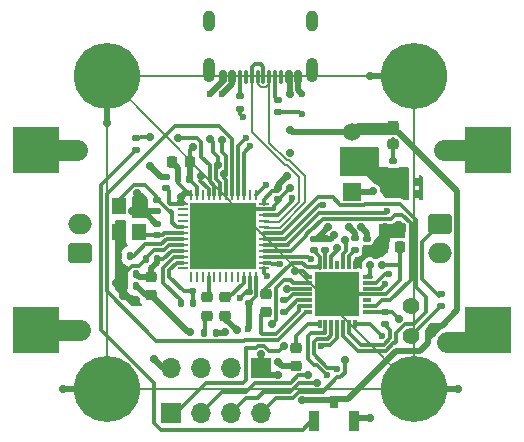
<source format=gbr>
%TF.GenerationSoftware,KiCad,Pcbnew,8.0.2*%
%TF.CreationDate,2024-07-19T14:35:33-04:00*%
%TF.ProjectId,StepperMotorDriver,53746570-7065-4724-9d6f-746f72447269,rev?*%
%TF.SameCoordinates,Original*%
%TF.FileFunction,Copper,L1,Top*%
%TF.FilePolarity,Positive*%
%FSLAX46Y46*%
G04 Gerber Fmt 4.6, Leading zero omitted, Abs format (unit mm)*
G04 Created by KiCad (PCBNEW 8.0.2) date 2024-07-19 14:35:33*
%MOMM*%
%LPD*%
G01*
G04 APERTURE LIST*
G04 Aperture macros list*
%AMRoundRect*
0 Rectangle with rounded corners*
0 $1 Rounding radius*
0 $2 $3 $4 $5 $6 $7 $8 $9 X,Y pos of 4 corners*
0 Add a 4 corners polygon primitive as box body*
4,1,4,$2,$3,$4,$5,$6,$7,$8,$9,$2,$3,0*
0 Add four circle primitives for the rounded corners*
1,1,$1+$1,$2,$3*
1,1,$1+$1,$4,$5*
1,1,$1+$1,$6,$7*
1,1,$1+$1,$8,$9*
0 Add four rect primitives between the rounded corners*
20,1,$1+$1,$2,$3,$4,$5,0*
20,1,$1+$1,$4,$5,$6,$7,0*
20,1,$1+$1,$6,$7,$8,$9,0*
20,1,$1+$1,$8,$9,$2,$3,0*%
G04 Aperture macros list end*
%TA.AperFunction,NonConductor*%
%ADD10C,0.200000*%
%TD*%
%TA.AperFunction,SMDPad,CuDef*%
%ADD11R,1.200000X1.400000*%
%TD*%
%TA.AperFunction,SMDPad,CuDef*%
%ADD12RoundRect,0.225000X-0.250000X0.225000X-0.250000X-0.225000X0.250000X-0.225000X0.250000X0.225000X0*%
%TD*%
%TA.AperFunction,SMDPad,CuDef*%
%ADD13RoundRect,0.135000X-0.185000X0.135000X-0.185000X-0.135000X0.185000X-0.135000X0.185000X0.135000X0*%
%TD*%
%TA.AperFunction,ComponentPad*%
%ADD14C,1.400000*%
%TD*%
%TA.AperFunction,SMDPad,CuDef*%
%ADD15RoundRect,0.135000X-0.135000X-0.185000X0.135000X-0.185000X0.135000X0.185000X-0.135000X0.185000X0*%
%TD*%
%TA.AperFunction,SMDPad,CuDef*%
%ADD16R,4.000000X4.000000*%
%TD*%
%TA.AperFunction,SMDPad,CuDef*%
%ADD17RoundRect,0.140000X0.140000X0.170000X-0.140000X0.170000X-0.140000X-0.170000X0.140000X-0.170000X0*%
%TD*%
%TA.AperFunction,SMDPad,CuDef*%
%ADD18RoundRect,0.135000X0.135000X0.185000X-0.135000X0.185000X-0.135000X-0.185000X0.135000X-0.185000X0*%
%TD*%
%TA.AperFunction,ComponentPad*%
%ADD19RoundRect,0.250000X-0.750000X0.600000X-0.750000X-0.600000X0.750000X-0.600000X0.750000X0.600000X0*%
%TD*%
%TA.AperFunction,ComponentPad*%
%ADD20O,2.000000X1.700000*%
%TD*%
%TA.AperFunction,SMDPad,CuDef*%
%ADD21RoundRect,0.225000X0.375000X-0.225000X0.375000X0.225000X-0.375000X0.225000X-0.375000X-0.225000X0*%
%TD*%
%TA.AperFunction,ComponentPad*%
%ADD22C,5.600000*%
%TD*%
%TA.AperFunction,SMDPad,CuDef*%
%ADD23RoundRect,0.140000X-0.170000X0.140000X-0.170000X-0.140000X0.170000X-0.140000X0.170000X0.140000X0*%
%TD*%
%TA.AperFunction,SMDPad,CuDef*%
%ADD24RoundRect,0.135000X0.185000X-0.135000X0.185000X0.135000X-0.185000X0.135000X-0.185000X-0.135000X0*%
%TD*%
%TA.AperFunction,SMDPad,CuDef*%
%ADD25RoundRect,0.140000X0.170000X-0.140000X0.170000X0.140000X-0.170000X0.140000X-0.170000X-0.140000X0*%
%TD*%
%TA.AperFunction,SMDPad,CuDef*%
%ADD26R,0.900000X1.700000*%
%TD*%
%TA.AperFunction,SMDPad,CuDef*%
%ADD27R,0.800000X1.100000*%
%TD*%
%TA.AperFunction,SMDPad,CuDef*%
%ADD28RoundRect,0.225000X-0.225000X-0.250000X0.225000X-0.250000X0.225000X0.250000X-0.225000X0.250000X0*%
%TD*%
%TA.AperFunction,SMDPad,CuDef*%
%ADD29RoundRect,0.218750X-0.256250X0.218750X-0.256250X-0.218750X0.256250X-0.218750X0.256250X0.218750X0*%
%TD*%
%TA.AperFunction,ComponentPad*%
%ADD30RoundRect,0.250000X0.750000X-0.600000X0.750000X0.600000X-0.750000X0.600000X-0.750000X-0.600000X0*%
%TD*%
%TA.AperFunction,SMDPad,CuDef*%
%ADD31RoundRect,0.140000X-0.140000X-0.170000X0.140000X-0.170000X0.140000X0.170000X-0.140000X0.170000X0*%
%TD*%
%TA.AperFunction,ComponentPad*%
%ADD32R,1.500000X1.500000*%
%TD*%
%TA.AperFunction,ComponentPad*%
%ADD33C,1.500000*%
%TD*%
%TA.AperFunction,ComponentPad*%
%ADD34R,1.700000X1.700000*%
%TD*%
%TA.AperFunction,ComponentPad*%
%ADD35O,1.700000X1.700000*%
%TD*%
%TA.AperFunction,SMDPad,CuDef*%
%ADD36RoundRect,0.218750X0.256250X-0.218750X0.256250X0.218750X-0.256250X0.218750X-0.256250X-0.218750X0*%
%TD*%
%TA.AperFunction,SMDPad,CuDef*%
%ADD37RoundRect,0.225000X0.250000X-0.225000X0.250000X0.225000X-0.250000X0.225000X-0.250000X-0.225000X0*%
%TD*%
%TA.AperFunction,SMDPad,CuDef*%
%ADD38RoundRect,0.150000X0.150000X0.425000X-0.150000X0.425000X-0.150000X-0.425000X0.150000X-0.425000X0*%
%TD*%
%TA.AperFunction,SMDPad,CuDef*%
%ADD39RoundRect,0.075000X0.075000X0.500000X-0.075000X0.500000X-0.075000X-0.500000X0.075000X-0.500000X0*%
%TD*%
%TA.AperFunction,ComponentPad*%
%ADD40O,1.000000X2.100000*%
%TD*%
%TA.AperFunction,ComponentPad*%
%ADD41O,1.000000X1.800000*%
%TD*%
%TA.AperFunction,SMDPad,CuDef*%
%ADD42R,0.800000X0.300000*%
%TD*%
%TA.AperFunction,SMDPad,CuDef*%
%ADD43R,0.300000X0.800000*%
%TD*%
%TA.AperFunction,SMDPad,CuDef*%
%ADD44R,3.800000X3.800000*%
%TD*%
%TA.AperFunction,SMDPad,CuDef*%
%ADD45RoundRect,0.062500X-0.375000X-0.062500X0.375000X-0.062500X0.375000X0.062500X-0.375000X0.062500X0*%
%TD*%
%TA.AperFunction,SMDPad,CuDef*%
%ADD46RoundRect,0.062500X-0.062500X-0.375000X0.062500X-0.375000X0.062500X0.375000X-0.062500X0.375000X0*%
%TD*%
%TA.AperFunction,HeatsinkPad*%
%ADD47R,5.600000X5.600000*%
%TD*%
%TA.AperFunction,ViaPad*%
%ADD48C,0.600000*%
%TD*%
%TA.AperFunction,ViaPad*%
%ADD49C,0.700000*%
%TD*%
%TA.AperFunction,Conductor*%
%ADD50C,0.300000*%
%TD*%
%TA.AperFunction,Conductor*%
%ADD51C,0.500000*%
%TD*%
%TA.AperFunction,Conductor*%
%ADD52C,1.750000*%
%TD*%
%TA.AperFunction,Conductor*%
%ADD53C,0.200000*%
%TD*%
G04 APERTURE END LIST*
D10*
X121000000Y-90500000D02*
X147000000Y-117000000D01*
X121000000Y-90500000D02*
X147000000Y-90500000D01*
X147000000Y-117000000D01*
X121000000Y-117000000D01*
X121000000Y-90500000D01*
D11*
%TO.P,Y2,1,1*%
%TO.N,Net-(U3-PH0)*%
X122000000Y-101510000D03*
%TO.P,Y2,2,2*%
%TO.N,GND*%
X122000000Y-103710000D03*
%TO.P,Y2,3,3*%
%TO.N,Net-(U3-PH1)*%
X123700000Y-103710000D03*
%TO.P,Y2,4,4*%
%TO.N,GND*%
X123700000Y-101510000D03*
%TD*%
D12*
%TO.P,C2,1*%
%TO.N,Net-(U3-VCAP_1)*%
X131000000Y-109250000D03*
%TO.P,C2,2*%
%TO.N,GND*%
X131000000Y-110800000D03*
%TD*%
D13*
%TO.P,R6,1*%
%TO.N,GND*%
X142000000Y-104240000D03*
%TO.P,R6,2*%
%TO.N,Net-(IC2-BRA)*%
X142000000Y-105260000D03*
%TD*%
D14*
%TO.P,JP1,1,A*%
%TO.N,/CANL*%
X146750000Y-110000000D03*
%TO.P,JP1,2,B*%
%TO.N,Net-(JP1-B)*%
X146750000Y-112540000D03*
%TD*%
D15*
%TO.P,R10,1*%
%TO.N,Net-(D4-K)*%
X129240000Y-112250000D03*
%TO.P,R10,2*%
%TO.N,GND*%
X130260000Y-112250000D03*
%TD*%
D16*
%TO.P,J2,1,Pin_1*%
%TO.N,GND*%
X153250000Y-112000000D03*
%TD*%
D17*
%TO.P,C19,1*%
%TO.N,+3V3*%
X123460000Y-108250000D03*
%TO.P,C19,2*%
%TO.N,GND*%
X122500000Y-108250000D03*
%TD*%
D18*
%TO.P,R4,1*%
%TO.N,/MOT_UART_RX*%
X128260000Y-109750000D03*
%TO.P,R4,2*%
%TO.N,/MOT_UART_TX*%
X127240000Y-109750000D03*
%TD*%
D19*
%TO.P,J7,1,Pin_1*%
%TO.N,/CANH*%
X149217500Y-103000000D03*
D20*
%TO.P,J7,2,Pin_2*%
%TO.N,/CANL*%
X149217500Y-105500000D03*
%TD*%
D21*
%TO.P,D2,1,K*%
%TO.N,VCC*%
X145750000Y-103400000D03*
%TO.P,D2,2,A*%
%TO.N,GND*%
X145750000Y-100100000D03*
%TD*%
D22*
%TO.P,H3,1,1*%
%TO.N,GND*%
X121000000Y-90500000D03*
%TD*%
D23*
%TO.P,C5,1*%
%TO.N,+3V3*%
X144500000Y-110520000D03*
%TO.P,C5,2*%
%TO.N,GND*%
X144500000Y-111480000D03*
%TD*%
D24*
%TO.P,R1,1*%
%TO.N,Net-(SW1-B)*%
X123500000Y-96760000D03*
%TO.P,R1,2*%
%TO.N,/BOOT0*%
X123500000Y-95740000D03*
%TD*%
D23*
%TO.P,C13,1*%
%TO.N,+3V3*%
X135500000Y-100000000D03*
%TO.P,C13,2*%
%TO.N,GND*%
X135500000Y-100960000D03*
%TD*%
D25*
%TO.P,C12,1*%
%TO.N,+3V3*%
X126000000Y-100000000D03*
%TO.P,C12,2*%
%TO.N,GND*%
X126000000Y-99040000D03*
%TD*%
D26*
%TO.P,SW1,1,A*%
%TO.N,GND*%
X141950000Y-119750000D03*
%TO.P,SW1,2,B*%
%TO.N,Net-(SW1-B)*%
X138550000Y-119750000D03*
D27*
%TO.P,SW1,3,C*%
%TO.N,+3V3*%
X140250000Y-118110000D03*
%TD*%
D13*
%TO.P,R9,1*%
%TO.N,Net-(D3-K)*%
X145250000Y-97740000D03*
%TO.P,R9,2*%
%TO.N,GND*%
X145250000Y-98760000D03*
%TD*%
D12*
%TO.P,C10,1*%
%TO.N,VCC*%
X134500000Y-108975000D03*
%TO.P,C10,2*%
%TO.N,Net-(IC2-VCP)*%
X134500000Y-110525000D03*
%TD*%
D28*
%TO.P,C8,1*%
%TO.N,VCC*%
X144225000Y-105000000D03*
%TO.P,C8,2*%
%TO.N,GND*%
X145775000Y-105000000D03*
%TD*%
D29*
%TO.P,FB3,1*%
%TO.N,+3.3VA*%
X124750000Y-107500000D03*
%TO.P,FB3,2*%
%TO.N,+3V3*%
X124750000Y-109075000D03*
%TD*%
D25*
%TO.P,C7,1*%
%TO.N,VCC*%
X138500000Y-105250000D03*
%TO.P,C7,2*%
%TO.N,GND*%
X138500000Y-104290000D03*
%TD*%
D22*
%TO.P,H4,1,1*%
%TO.N,GND*%
X121000000Y-117000000D03*
%TD*%
%TO.P,H2,1,1*%
%TO.N,GND*%
X147000000Y-117000000D03*
%TD*%
D16*
%TO.P,J9,1,Pin_1*%
%TO.N,GND*%
X115000000Y-112000000D03*
%TD*%
%TO.P,J8,1,Pin_1*%
%TO.N,VCC*%
X153250000Y-96750000D03*
%TD*%
D30*
%TO.P,J1,1,Pin_1*%
%TO.N,/CANL*%
X118750000Y-105500000D03*
D20*
%TO.P,J1,2,Pin_2*%
%TO.N,/CANH*%
X118750000Y-103000000D03*
%TD*%
D23*
%TO.P,C6,1*%
%TO.N,Net-(IC2-CPO)*%
X136000000Y-109500000D03*
%TO.P,C6,2*%
%TO.N,Net-(IC2-CPI)*%
X136000000Y-110460000D03*
%TD*%
D13*
%TO.P,R7,1*%
%TO.N,Net-(J5-CC1)*%
X135500000Y-92500000D03*
%TO.P,R7,2*%
%TO.N,GND*%
X135500000Y-93520000D03*
%TD*%
%TO.P,R5,1*%
%TO.N,GND*%
X139500000Y-104240000D03*
%TO.P,R5,2*%
%TO.N,Net-(IC2-BRB)*%
X139500000Y-105260000D03*
%TD*%
D23*
%TO.P,C3,1*%
%TO.N,Net-(U3-PH0)*%
X125250000Y-101000000D03*
%TO.P,C3,2*%
%TO.N,GND*%
X125250000Y-101960000D03*
%TD*%
D16*
%TO.P,J3,1,Pin_1*%
%TO.N,VCC*%
X115000000Y-96750000D03*
%TD*%
D17*
%TO.P,C18,1*%
%TO.N,+3.3VA*%
X123460000Y-107250000D03*
%TO.P,C18,2*%
%TO.N,GND*%
X122500000Y-107250000D03*
%TD*%
D24*
%TO.P,R11,1*%
%TO.N,Net-(JP1-B)*%
X149250000Y-110010000D03*
%TO.P,R11,2*%
%TO.N,/CANH*%
X149250000Y-108990000D03*
%TD*%
D13*
%TO.P,R8,1*%
%TO.N,Net-(J5-CC2)*%
X132250000Y-92240000D03*
%TO.P,R8,2*%
%TO.N,GND*%
X132250000Y-93260000D03*
%TD*%
D31*
%TO.P,C20,1*%
%TO.N,GND*%
X122020000Y-105750000D03*
%TO.P,C20,2*%
%TO.N,/RST*%
X122980000Y-105750000D03*
%TD*%
D22*
%TO.P,H1,1,1*%
%TO.N,GND*%
X147000000Y-90500000D03*
%TD*%
D32*
%TO.P,U5,1,Vin*%
%TO.N,VCC*%
X141750000Y-100290000D03*
D33*
%TO.P,U5,2,GND*%
%TO.N,GND*%
X141750000Y-97750000D03*
%TO.P,U5,3,Vout*%
%TO.N,+3V3*%
X141750000Y-95210000D03*
%TD*%
D17*
%TO.P,C17,1*%
%TO.N,+3.3VA*%
X125230000Y-106000000D03*
%TO.P,C17,2*%
%TO.N,GND*%
X124270000Y-106000000D03*
%TD*%
D28*
%TO.P,C15,1*%
%TO.N,+3V3*%
X126475000Y-97750000D03*
%TO.P,C15,2*%
%TO.N,GND*%
X128025000Y-97750000D03*
%TD*%
D34*
%TO.P,J4,1,Pin_1*%
%TO.N,/OB2*%
X126460000Y-119000000D03*
D35*
%TO.P,J4,2,Pin_2*%
%TO.N,/OB1*%
X129000000Y-119000000D03*
%TO.P,J4,3,Pin_3*%
%TO.N,/OA1*%
X131540000Y-119000000D03*
%TO.P,J4,4,Pin_4*%
%TO.N,/OA2*%
X134080000Y-119000000D03*
%TD*%
D25*
%TO.P,C9,1*%
%TO.N,VCC*%
X143000000Y-105230000D03*
%TO.P,C9,2*%
%TO.N,GND*%
X143000000Y-104270000D03*
%TD*%
%TO.P,C14,1*%
%TO.N,+3V3*%
X133000000Y-109730000D03*
%TO.P,C14,2*%
%TO.N,GND*%
X133000000Y-108770000D03*
%TD*%
D36*
%TO.P,D3,1,K*%
%TO.N,Net-(D3-K)*%
X145250000Y-96287500D03*
%TO.P,D3,2,A*%
%TO.N,+3V3*%
X145250000Y-94712500D03*
%TD*%
D25*
%TO.P,C4,1*%
%TO.N,Net-(U3-PH1)*%
X125200000Y-103960000D03*
%TO.P,C4,2*%
%TO.N,GND*%
X125200000Y-103000000D03*
%TD*%
D37*
%TO.P,C11,1*%
%TO.N,GND*%
X137000000Y-115050000D03*
%TO.P,C11,2*%
%TO.N,Net-(IC2-5VOUT)*%
X137000000Y-113500000D03*
%TD*%
D31*
%TO.P,C16,1*%
%TO.N,+3V3*%
X127020000Y-99250000D03*
%TO.P,C16,2*%
%TO.N,GND*%
X127980000Y-99250000D03*
%TD*%
D38*
%TO.P,J5,A1,GND*%
%TO.N,GND*%
X137200000Y-90575000D03*
%TO.P,J5,A4,VBUS*%
X136400000Y-90575000D03*
D39*
%TO.P,J5,A5,CC1*%
%TO.N,Net-(J5-CC1)*%
X135250000Y-90575000D03*
%TO.P,J5,A6,D+*%
%TO.N,/USB_D+*%
X134250000Y-90575000D03*
%TO.P,J5,A7,D-*%
%TO.N,/USB_D-*%
X133750000Y-90575000D03*
%TO.P,J5,A8*%
%TO.N,N/C*%
X132750000Y-90575000D03*
D38*
%TO.P,J5,A9,VBUS*%
%TO.N,GND*%
X131600000Y-90575000D03*
%TO.P,J5,A12,GND*%
X130800000Y-90575000D03*
%TO.P,J5,B1,GND*%
X130800000Y-90575000D03*
%TO.P,J5,B4,VBUS*%
X131600000Y-90575000D03*
D39*
%TO.P,J5,B5,CC2*%
%TO.N,Net-(J5-CC2)*%
X132250000Y-90575000D03*
%TO.P,J5,B6,D+*%
%TO.N,/USB_D+*%
X133250000Y-90575000D03*
%TO.P,J5,B7,D-*%
%TO.N,/USB_D-*%
X134750000Y-90575000D03*
%TO.P,J5,B8*%
%TO.N,N/C*%
X135750000Y-90575000D03*
D38*
%TO.P,J5,B9,VBUS*%
%TO.N,GND*%
X136400000Y-90575000D03*
%TO.P,J5,B12,GND*%
X137200000Y-90575000D03*
D40*
%TO.P,J5,S1,SHIELD*%
%TO.N,unconnected-(J5-SHIELD-PadS1)*%
X138320000Y-90000000D03*
D41*
%TO.N,unconnected-(J5-SHIELD-PadS1)_2*%
X138320000Y-85820000D03*
D40*
%TO.N,unconnected-(J5-SHIELD-PadS1)_0*%
X129680000Y-90000000D03*
D41*
%TO.N,unconnected-(J5-SHIELD-PadS1)_1*%
X129680000Y-85820000D03*
%TD*%
D36*
%TO.P,D4,1,K*%
%TO.N,Net-(D4-K)*%
X129500000Y-110825000D03*
%TO.P,D4,2,A*%
%TO.N,Net-(D4-A)*%
X129500000Y-109250000D03*
%TD*%
D42*
%TO.P,IC2,1,OB2*%
%TO.N,/OB2*%
X138000000Y-107500000D03*
%TO.P,IC2,2,ENN*%
%TO.N,/MOT_ENABLE*%
X138000000Y-108000000D03*
%TO.P,IC2,3,GND_1*%
%TO.N,GND*%
X138000000Y-108500000D03*
%TO.P,IC2,4,CPO*%
%TO.N,Net-(IC2-CPO)*%
X138000000Y-109000000D03*
%TO.P,IC2,5,CPI*%
%TO.N,Net-(IC2-CPI)*%
X138000000Y-109500000D03*
%TO.P,IC2,6,VCP*%
%TO.N,Net-(IC2-VCP)*%
X138000000Y-110000000D03*
%TO.P,IC2,7,SPREAD*%
%TO.N,/MOT_SPREAD*%
X138000000Y-110500000D03*
D43*
%TO.P,IC2,8,5VOUT*%
%TO.N,Net-(IC2-5VOUT)*%
X139000000Y-111500000D03*
%TO.P,IC2,9,MS1_AD0*%
%TO.N,/MOT_MS1*%
X139500000Y-111500000D03*
%TO.P,IC2,10,MS2_AD1*%
%TO.N,/MOT_MS2*%
X140000000Y-111500000D03*
%TO.P,IC2,11,DIAG*%
%TO.N,/MOT_DIAG*%
X140500000Y-111500000D03*
%TO.P,IC2,12,INDEX*%
%TO.N,/MOT_INDEX*%
X141000000Y-111500000D03*
%TO.P,IC2,13,CLK*%
%TO.N,GND*%
X141500000Y-111500000D03*
%TO.P,IC2,14,PDN_UART*%
%TO.N,/MOT_UART_RX*%
X142000000Y-111500000D03*
D42*
%TO.P,IC2,15,VCC_IO*%
%TO.N,+3V3*%
X143000000Y-110500000D03*
%TO.P,IC2,16,STEP*%
%TO.N,/MOT_STEP*%
X143000000Y-110000000D03*
%TO.P,IC2,17,VREF*%
%TO.N,unconnected-(IC2-VREF-Pad17)*%
X143000000Y-109500000D03*
%TO.P,IC2,18,GND_2*%
%TO.N,GND*%
X143000000Y-109000000D03*
%TO.P,IC2,19,DIR*%
%TO.N,/MOT_DIR*%
X143000000Y-108500000D03*
%TO.P,IC2,20,STDBY*%
%TO.N,/MOT_STBY*%
X143000000Y-108000000D03*
%TO.P,IC2,21,OA2*%
%TO.N,/OA2*%
X143000000Y-107500000D03*
D43*
%TO.P,IC2,22,VS_1*%
%TO.N,VCC*%
X142000000Y-106500000D03*
%TO.P,IC2,23,BRA*%
%TO.N,Net-(IC2-BRA)*%
X141500000Y-106500000D03*
%TO.P,IC2,24,OA1*%
%TO.N,/OA1*%
X141000000Y-106500000D03*
%TO.P,IC2,25,-*%
%TO.N,unconnected-(IC2---Pad25)*%
X140500000Y-106500000D03*
%TO.P,IC2,26,OB1*%
%TO.N,/OB1*%
X140000000Y-106500000D03*
%TO.P,IC2,27,BRB*%
%TO.N,Net-(IC2-BRB)*%
X139500000Y-106500000D03*
%TO.P,IC2,28,VS_2*%
%TO.N,VCC*%
X139000000Y-106500000D03*
D44*
%TO.P,IC2,29,EP*%
%TO.N,GND*%
X140500000Y-109000000D03*
%TD*%
D45*
%TO.P,U3,1,VBAT*%
%TO.N,+3V3*%
X127412500Y-101300000D03*
%TO.P,U3,2,PC13*%
%TO.N,unconnected-(U3-PC13-Pad2)*%
X127412500Y-101800000D03*
%TO.P,U3,3,PC14*%
%TO.N,unconnected-(U3-PC14-Pad3)*%
X127412500Y-102300000D03*
%TO.P,U3,4,PC15*%
%TO.N,unconnected-(U3-PC15-Pad4)*%
X127412500Y-102800000D03*
%TO.P,U3,5,PH0*%
%TO.N,Net-(U3-PH0)*%
X127412500Y-103300000D03*
%TO.P,U3,6,PH1*%
%TO.N,Net-(U3-PH1)*%
X127412500Y-103800000D03*
%TO.P,U3,7,NRST*%
%TO.N,/RST*%
X127412500Y-104300000D03*
%TO.P,U3,8,VSSA*%
%TO.N,GND*%
X127412500Y-104800000D03*
%TO.P,U3,9,VDDA*%
%TO.N,+3.3VA*%
X127412500Y-105300000D03*
%TO.P,U3,10,PA0*%
%TO.N,/MOT_UART_TX*%
X127412500Y-105800000D03*
%TO.P,U3,11,PA1*%
%TO.N,/MOT_UART_RX*%
X127412500Y-106300000D03*
%TO.P,U3,12,PA2*%
%TO.N,unconnected-(U3-PA2-Pad12)*%
X127412500Y-106800000D03*
D46*
%TO.P,U3,13,PA3*%
%TO.N,unconnected-(U3-PA3-Pad13)*%
X128100000Y-107487500D03*
%TO.P,U3,14,PA4*%
%TO.N,unconnected-(U3-PA4-Pad14)*%
X128600000Y-107487500D03*
%TO.P,U3,15,PA5*%
%TO.N,unconnected-(U3-PA5-Pad15)*%
X129100000Y-107487500D03*
%TO.P,U3,16,PA6*%
%TO.N,Net-(D4-A)*%
X129600000Y-107487500D03*
%TO.P,U3,17,PA7*%
%TO.N,unconnected-(U3-PA7-Pad17)*%
X130100000Y-107487500D03*
%TO.P,U3,18,PB0*%
%TO.N,unconnected-(U3-PB0-Pad18)*%
X130600000Y-107487500D03*
%TO.P,U3,19,PB1*%
%TO.N,unconnected-(U3-PB1-Pad19)*%
X131100000Y-107487500D03*
%TO.P,U3,20,PB2*%
%TO.N,unconnected-(U3-PB2-Pad20)*%
X131600000Y-107487500D03*
%TO.P,U3,21,PB10*%
%TO.N,unconnected-(U3-PB10-Pad21)*%
X132100000Y-107487500D03*
%TO.P,U3,22,VCAP_1*%
%TO.N,Net-(U3-VCAP_1)*%
X132600000Y-107487500D03*
%TO.P,U3,23,VSS*%
%TO.N,GND*%
X133100000Y-107487500D03*
%TO.P,U3,24,VDD*%
%TO.N,+3V3*%
X133600000Y-107487500D03*
D45*
%TO.P,U3,25,PB12*%
%TO.N,/CAN_TX*%
X134287500Y-106800000D03*
%TO.P,U3,26,PB13*%
%TO.N,/CAN_RX*%
X134287500Y-106300000D03*
%TO.P,U3,27,PB14*%
%TO.N,/MOT_STBY*%
X134287500Y-105800000D03*
%TO.P,U3,28,PB15*%
%TO.N,/MOT_STEP*%
X134287500Y-105300000D03*
%TO.P,U3,29,PA8*%
%TO.N,/MOT_DIR*%
X134287500Y-104800000D03*
%TO.P,U3,30,PA9*%
%TO.N,/MOT_DIAG*%
X134287500Y-104300000D03*
%TO.P,U3,31,PA10*%
%TO.N,/MOT_INDEX*%
X134287500Y-103800000D03*
%TO.P,U3,32,PA11*%
%TO.N,/USB_D-*%
X134287500Y-103300000D03*
%TO.P,U3,33,PA12*%
%TO.N,/USB_D+*%
X134287500Y-102800000D03*
%TO.P,U3,34,PA13*%
%TO.N,/SWDIO*%
X134287500Y-102300000D03*
%TO.P,U3,35,VSS*%
%TO.N,GND*%
X134287500Y-101800000D03*
%TO.P,U3,36,VDD*%
%TO.N,+3V3*%
X134287500Y-101300000D03*
D46*
%TO.P,U3,37,PA14*%
%TO.N,/SWDCLK*%
X133600000Y-100612500D03*
%TO.P,U3,38,PA15*%
%TO.N,unconnected-(U3-PA15-Pad38)*%
X133100000Y-100612500D03*
%TO.P,U3,39,PB3*%
%TO.N,/MOT_MS2*%
X132600000Y-100612500D03*
%TO.P,U3,40,PB4*%
%TO.N,/MOT_MS1*%
X132100000Y-100612500D03*
%TO.P,U3,41,PB5*%
%TO.N,/MOT_SPREAD*%
X131600000Y-100612500D03*
%TO.P,U3,42,PB6*%
%TO.N,/ESCL*%
X131100000Y-100612500D03*
%TO.P,U3,43,PB7*%
%TO.N,/ESDA*%
X130600000Y-100612500D03*
%TO.P,U3,44,BOOT0*%
%TO.N,/BOOT0*%
X130100000Y-100612500D03*
%TO.P,U3,45,PB8*%
%TO.N,/MOT_ENABLE*%
X129600000Y-100612500D03*
%TO.P,U3,46,PB9*%
%TO.N,unconnected-(U3-PB9-Pad46)*%
X129100000Y-100612500D03*
%TO.P,U3,47,VSS*%
%TO.N,GND*%
X128600000Y-100612500D03*
%TO.P,U3,48,VDD*%
%TO.N,+3V3*%
X128100000Y-100612500D03*
D47*
%TO.P,U3,49,VSS*%
%TO.N,GND*%
X130850000Y-104050000D03*
%TD*%
D34*
%TO.P,J6,1,Pin_1*%
%TO.N,+3V3*%
X134040000Y-115250000D03*
D35*
%TO.P,J6,2,Pin_2*%
%TO.N,/SWDIO*%
X131500000Y-115250000D03*
%TO.P,J6,3,Pin_3*%
%TO.N,/SWDCLK*%
X128960000Y-115250000D03*
%TO.P,J6,4,Pin_4*%
%TO.N,GND*%
X126420000Y-115250000D03*
%TD*%
D48*
%TO.N,GND*%
X129750000Y-92000000D03*
D49*
X123150002Y-101900000D03*
X124661894Y-98161894D03*
X136500000Y-92050000D03*
D48*
X137500000Y-92000000D03*
D49*
X141500000Y-103300000D03*
X122369975Y-109130025D03*
X136500000Y-97000000D03*
X140253920Y-104003920D03*
D48*
X130750000Y-92000000D03*
D49*
X143250000Y-97250000D03*
X131000000Y-112220000D03*
X131978553Y-112021447D03*
X123556191Y-100450000D03*
D48*
X132233771Y-109295565D03*
D49*
X139750000Y-103300000D03*
X121000000Y-94500000D03*
X144250000Y-106500000D03*
X135500000Y-114750000D03*
X123500000Y-109500000D03*
X128276844Y-96526844D03*
X143250000Y-98250000D03*
X147250000Y-99500000D03*
X129000000Y-104750000D03*
X150750000Y-117000000D03*
X121750000Y-108000000D03*
X147250000Y-100500000D03*
X142500000Y-103300000D03*
X125000000Y-114500000D03*
X118750000Y-112000000D03*
D48*
X132500000Y-94000000D03*
D49*
X136499831Y-99999059D03*
X117250000Y-117000000D03*
X149750000Y-113000000D03*
X143250000Y-119500000D03*
X136249999Y-108500000D03*
D48*
X137500000Y-93750000D03*
D49*
X144085070Y-98643932D03*
X143250000Y-90500000D03*
D48*
%TO.N,+3V3*%
X132980873Y-111900111D03*
D49*
X148499975Y-111749975D03*
X134040000Y-114040000D03*
X135500000Y-115800000D03*
X136250000Y-99000000D03*
X137519975Y-117969975D03*
X127250000Y-100750000D03*
X145699999Y-111060051D03*
X136500000Y-95050000D03*
X128000000Y-112220000D03*
%TO.N,VCC*%
X149500000Y-96750000D03*
X144539949Y-103299999D03*
X118500000Y-96750000D03*
X143500000Y-100250000D03*
%TO.N,/OB1*%
X138050000Y-115815543D03*
X140480806Y-105029324D03*
%TO.N,/OA2*%
X143250000Y-106500000D03*
X141124176Y-114514556D03*
D48*
%TO.N,/MOT_STBY*%
X144850000Y-107250000D03*
X138290379Y-106040381D03*
%TO.N,/MOT_DIR*%
X144750000Y-101950000D03*
X144577541Y-108091699D03*
D49*
%TO.N,/MOT_ENABLE*%
X128999360Y-99000000D03*
X135000000Y-111500000D03*
D48*
%TO.N,/MOT_DIAG*%
X139250000Y-101450000D03*
X139150000Y-113400000D03*
%TO.N,/MOT_MS1*%
X139625000Y-115850000D03*
X132750000Y-95750000D03*
D49*
%TO.N,/OA1*%
X141130295Y-104406295D03*
X138750000Y-116500000D03*
D48*
%TO.N,/MOT_MS2*%
X140490380Y-115340380D03*
X133127370Y-96455405D03*
D49*
%TO.N,/OB2*%
X136940379Y-107049570D03*
X135975001Y-113337146D03*
D48*
%TO.N,/MOT_UART_RX*%
X128250000Y-108750000D03*
X144250000Y-112500000D03*
%TO.N,/SWDCLK*%
X134500000Y-99750000D03*
%TO.N,/SWDIO*%
X136650000Y-100835691D03*
D49*
%TO.N,/BOOT0*%
X124630025Y-95630025D03*
X127000000Y-95750000D03*
%TO.N,/ESCL*%
X130711290Y-95931606D03*
X130900000Y-98795388D03*
%TO.N,/ESDA*%
X130400001Y-98047055D03*
X129759999Y-95820000D03*
D48*
%TO.N,/CAN_TX*%
X134540381Y-107459619D03*
%TO.N,/CAN_RX*%
X135625762Y-106455000D03*
%TD*%
D50*
%TO.N,GND*%
X126268585Y-104800000D02*
X125818585Y-105250000D01*
X124270000Y-106000000D02*
X123680000Y-106590000D01*
D51*
X121000000Y-90500000D02*
X121000000Y-94500000D01*
X135500000Y-114750000D02*
X135800000Y-115050000D01*
X125750000Y-115250000D02*
X125000000Y-114500000D01*
X138760000Y-104290000D02*
X139750000Y-103300000D01*
D50*
X125818585Y-105250000D02*
X124973154Y-105250000D01*
X145000000Y-112694366D02*
X144444366Y-113250000D01*
X130850000Y-103650000D02*
X131500000Y-103000000D01*
D51*
X123540002Y-101510000D02*
X123150002Y-101900000D01*
X130970000Y-112250000D02*
X131000000Y-112220000D01*
D50*
X134287500Y-101800000D02*
X133100000Y-101800000D01*
X135500000Y-100960000D02*
X135546846Y-100960000D01*
D51*
X124150000Y-101960000D02*
X123700000Y-101510000D01*
X128025000Y-97750000D02*
X128000000Y-97775000D01*
X129750000Y-92000000D02*
X130800000Y-90950000D01*
D50*
X127412500Y-104800000D02*
X126268585Y-104800000D01*
X124973154Y-105250000D02*
X124270000Y-105953154D01*
X136249999Y-108500000D02*
X138000000Y-108500000D01*
X145775000Y-107813479D02*
X144588479Y-109000000D01*
X123680000Y-106590000D02*
X123113154Y-106590000D01*
D51*
X147000000Y-90500000D02*
X143250000Y-90500000D01*
D50*
X137270000Y-93520000D02*
X137500000Y-93750000D01*
X136499831Y-100007015D02*
X136499831Y-99999059D01*
X141500000Y-112250000D02*
X141500000Y-111500000D01*
D51*
X126420000Y-115250000D02*
X125750000Y-115250000D01*
X141950000Y-119500000D02*
X143250000Y-119500000D01*
X125540000Y-99040000D02*
X124661894Y-98161894D01*
X131600000Y-91150000D02*
X131600000Y-90575000D01*
X136500000Y-92050000D02*
X136500000Y-90675000D01*
X143000000Y-103800000D02*
X142500000Y-103300000D01*
X131000000Y-110800000D02*
X131000000Y-111042894D01*
D50*
X144750000Y-111730761D02*
X145000000Y-111980761D01*
D51*
X125200000Y-103000000D02*
X125190000Y-103000000D01*
D50*
X132250000Y-93260000D02*
X132250000Y-93750000D01*
D51*
X122518619Y-108231381D02*
X122500000Y-108250000D01*
D52*
X149750000Y-113000000D02*
X152250000Y-113000000D01*
D50*
X142500000Y-113250000D02*
X141500000Y-112250000D01*
X128025000Y-97750000D02*
X128025000Y-96778688D01*
D51*
X137200000Y-90575000D02*
X137200000Y-91700000D01*
X147000000Y-117000000D02*
X150750000Y-117000000D01*
D52*
X152250000Y-113000000D02*
X153250000Y-112000000D01*
D50*
X145775000Y-106500000D02*
X145775000Y-107813479D01*
X145000000Y-111980761D02*
X145000000Y-112694366D01*
X123113154Y-106590000D02*
X122500000Y-107203154D01*
X128600000Y-100612500D02*
X128600000Y-99870000D01*
X132250000Y-93750000D02*
X132500000Y-94000000D01*
X135160000Y-101550000D02*
X135500000Y-101210000D01*
X133100000Y-108670000D02*
X133000000Y-108770000D01*
D51*
X122518619Y-107268619D02*
X122518619Y-108231381D01*
D50*
X134287500Y-101800000D02*
X135160000Y-101800000D01*
D51*
X143000000Y-104270000D02*
X143000000Y-103800000D01*
X122500000Y-107250000D02*
X122518619Y-107268619D01*
D50*
X140500000Y-109000000D02*
X143000000Y-109000000D01*
D51*
X140253920Y-104003920D02*
X139967840Y-104290000D01*
D50*
X145775000Y-106500000D02*
X144250000Y-106500000D01*
D51*
X130750000Y-92000000D02*
X131600000Y-91150000D01*
D50*
X124270000Y-105953154D02*
X124270000Y-106000000D01*
D51*
X135800000Y-115050000D02*
X137000000Y-115050000D01*
X137200000Y-91700000D02*
X137500000Y-92000000D01*
X123700000Y-101510000D02*
X123540002Y-101510000D01*
X131000000Y-111042894D02*
X131978553Y-112021447D01*
X141500000Y-103300000D02*
X142000000Y-103800000D01*
D52*
X118750000Y-112000000D02*
X115000000Y-112000000D01*
D50*
X133100000Y-101800000D02*
X130850000Y-104050000D01*
X144444366Y-113250000D02*
X142500000Y-113250000D01*
X135546846Y-100960000D02*
X136499831Y-100007015D01*
D51*
X125250000Y-101960000D02*
X124150000Y-101960000D01*
X128000000Y-97775000D02*
X128000000Y-99230000D01*
X125190000Y-103000000D02*
X123700000Y-101510000D01*
D50*
X132759336Y-108770000D02*
X133000000Y-108770000D01*
D51*
X139967840Y-104290000D02*
X138500000Y-104290000D01*
X136500000Y-90675000D02*
X136400000Y-90575000D01*
X126000000Y-99040000D02*
X125540000Y-99040000D01*
D50*
X135500000Y-93520000D02*
X137270000Y-93520000D01*
X122500000Y-107203154D02*
X122500000Y-107250000D01*
D51*
X128000000Y-99230000D02*
X127980000Y-99250000D01*
D50*
X144588479Y-109000000D02*
X143000000Y-109000000D01*
D51*
X130260000Y-112250000D02*
X130970000Y-112250000D01*
D50*
X132233771Y-109295565D02*
X132759336Y-108770000D01*
X135160000Y-101800000D02*
X135160000Y-101550000D01*
X122000000Y-103610000D02*
X122000000Y-103710000D01*
X128600000Y-99870000D02*
X127980000Y-99250000D01*
D51*
X142000000Y-103800000D02*
X142000000Y-104240000D01*
D50*
X133100000Y-107487500D02*
X133100000Y-108670000D01*
D51*
X117250000Y-117000000D02*
X121000000Y-117000000D01*
X138500000Y-104290000D02*
X138760000Y-104290000D01*
D50*
X128025000Y-96778688D02*
X128276844Y-96526844D01*
D51*
X130800000Y-90950000D02*
X130800000Y-90575000D01*
D50*
X145775000Y-105000000D02*
X145775000Y-106500000D01*
X128025000Y-97750000D02*
X128275000Y-97750000D01*
D51*
%TO.N,+3V3*%
X128000000Y-112220000D02*
X127895000Y-112220000D01*
X149201167Y-111675000D02*
X148574950Y-111675000D01*
X136660000Y-95210000D02*
X136500000Y-95050000D01*
X141750000Y-95210000D02*
X142247500Y-94712500D01*
D50*
X126320000Y-101300000D02*
X126250000Y-101230000D01*
X133000000Y-109730000D02*
X133046846Y-109730000D01*
D51*
X140250000Y-118110000D02*
X140109975Y-117969975D01*
X127075000Y-101225000D02*
X127412500Y-101225000D01*
X148150000Y-113100000D02*
X147500000Y-113750000D01*
X148563084Y-112313084D02*
X148150000Y-112726167D01*
X145599318Y-95210000D02*
X150667500Y-100278182D01*
X141750000Y-95210000D02*
X136660000Y-95210000D01*
D50*
X133046846Y-109730000D02*
X133660000Y-109116846D01*
D51*
X148574950Y-111675000D02*
X148499975Y-111749975D01*
X150667500Y-100278182D02*
X150667500Y-110332500D01*
X127250000Y-101050000D02*
X127075000Y-101225000D01*
D50*
X127412500Y-101300000D02*
X126320000Y-101300000D01*
D51*
X148563084Y-111813084D02*
X148499975Y-111749975D01*
X150667500Y-110332500D02*
X149325000Y-111675000D01*
D50*
X135000000Y-100250000D02*
X135500000Y-100250000D01*
X133660000Y-109116846D02*
X133660000Y-107547500D01*
D51*
X148150000Y-112726167D02*
X148150000Y-112099950D01*
X127895000Y-112220000D02*
X124750000Y-109075000D01*
X147500000Y-113750000D02*
X145500000Y-113750000D01*
D50*
X126250000Y-101230000D02*
X126250000Y-100250000D01*
D51*
X134590000Y-115800000D02*
X135500000Y-115800000D01*
X149325000Y-111675000D02*
X149201167Y-111675000D01*
X148150000Y-112726167D02*
X148150000Y-113100000D01*
X134040000Y-114040000D02*
X134040000Y-115250000D01*
X141390000Y-117860000D02*
X140250000Y-117860000D01*
X140109975Y-117969975D02*
X138250000Y-117969975D01*
X127618750Y-100381250D02*
X127868750Y-100381250D01*
X138000000Y-117969975D02*
X137519975Y-117969975D01*
D50*
X145159948Y-110520000D02*
X145699999Y-111060051D01*
D51*
X127020000Y-98270000D02*
X127020000Y-99250000D01*
X133000000Y-111880984D02*
X132980873Y-111900111D01*
X148813084Y-112063084D02*
X148499975Y-111749975D01*
X138250000Y-117969975D02*
X138000000Y-117969975D01*
X127250000Y-100750000D02*
X127250000Y-101050000D01*
X141750000Y-95210000D02*
X145599318Y-95210000D01*
X124750000Y-109075000D02*
X124285000Y-109075000D01*
X148813084Y-112063084D02*
X148563084Y-112313084D01*
D50*
X133660000Y-107547500D02*
X133600000Y-107487500D01*
D51*
X145500000Y-113750000D02*
X141390000Y-117860000D01*
X148563084Y-112313084D02*
X148563084Y-111813084D01*
X148150000Y-112099950D02*
X148499975Y-111749975D01*
X126750000Y-98000000D02*
X127020000Y-98270000D01*
X124285000Y-109075000D02*
X123460000Y-108250000D01*
X127250000Y-100750000D02*
X127618750Y-100381250D01*
D50*
X144500000Y-110520000D02*
X145159948Y-110520000D01*
X135000000Y-100250000D02*
X134287500Y-100962500D01*
D51*
X136250000Y-99000000D02*
X135500000Y-99750000D01*
D50*
X126250000Y-100250000D02*
X126000000Y-100000000D01*
X144480000Y-110500000D02*
X144500000Y-110520000D01*
D51*
X142247500Y-94712500D02*
X145250000Y-94712500D01*
X149201167Y-111675000D02*
X148813084Y-112063084D01*
X126475000Y-98000000D02*
X126750000Y-98000000D01*
D50*
X134287500Y-100962500D02*
X134287500Y-101300000D01*
D51*
X135500000Y-99750000D02*
X135500000Y-100000000D01*
D50*
X128100000Y-100612500D02*
X127868750Y-100381250D01*
X127868750Y-100381250D02*
X127020000Y-99532500D01*
X127020000Y-99532500D02*
X127020000Y-99250000D01*
X140250000Y-117860000D02*
X140250000Y-117750000D01*
X143000000Y-110500000D02*
X144480000Y-110500000D01*
D51*
X134040000Y-115250000D02*
X134590000Y-115800000D01*
X133000000Y-109730000D02*
X133000000Y-111880984D01*
D50*
%TO.N,Net-(U3-VCAP_1)*%
X132600000Y-107487500D02*
X132600000Y-108010096D01*
X131360096Y-109250000D02*
X131250000Y-109250000D01*
X132600000Y-108010096D02*
X131360096Y-109250000D01*
%TO.N,Net-(U3-PH0)*%
X125190000Y-100690000D02*
X124250000Y-99750000D01*
X122000000Y-102050000D02*
X122000000Y-101800000D01*
X126889904Y-103300000D02*
X126500000Y-102910096D01*
X122000000Y-102000000D02*
X122000000Y-101510000D01*
X126500000Y-102000000D02*
X126460000Y-101960000D01*
X124250000Y-99750000D02*
X123250000Y-99750000D01*
X125190000Y-101000000D02*
X125190000Y-100690000D01*
X122000000Y-101000000D02*
X122000000Y-101510000D01*
X126500000Y-102910096D02*
X126500000Y-102000000D01*
X127412500Y-103300000D02*
X126889904Y-103300000D01*
X126500000Y-102000000D02*
X126312894Y-102000000D01*
X125312894Y-101000000D02*
X125250000Y-101000000D01*
X126312894Y-102000000D02*
X125312894Y-101000000D01*
X123250000Y-99750000D02*
X122000000Y-101000000D01*
%TO.N,Net-(U3-PH1)*%
X127412500Y-103800000D02*
X125854372Y-103800000D01*
X125714372Y-103940000D02*
X123930000Y-103940000D01*
X123930000Y-103940000D02*
X123700000Y-103710000D01*
X123930000Y-104230000D02*
X123700000Y-104000000D01*
X125854372Y-103800000D02*
X125714372Y-103940000D01*
%TO.N,Net-(IC2-CPO)*%
X136239949Y-109500000D02*
X136000000Y-109500000D01*
X138000000Y-109000000D02*
X136739949Y-109000000D01*
X136739949Y-109000000D02*
X136239949Y-109500000D01*
%TO.N,Net-(IC2-CPI)*%
X136132894Y-110460000D02*
X136000000Y-110460000D01*
X138000000Y-109500000D02*
X137092894Y-109500000D01*
X137092894Y-109500000D02*
X136132894Y-110460000D01*
%TO.N,VCC*%
X139000000Y-106500000D02*
X139000000Y-106750000D01*
X139000000Y-105800000D02*
X138500000Y-105300000D01*
X138500000Y-105300000D02*
X138500000Y-105250000D01*
X139000000Y-106500000D02*
X138809619Y-106690381D01*
X137530329Y-106300000D02*
X136700000Y-106300000D01*
X136700000Y-106300000D02*
X134250000Y-108750000D01*
X134250000Y-108750000D02*
X134250000Y-108975000D01*
X138809619Y-106690381D02*
X137920710Y-106690381D01*
D51*
X141750000Y-100290000D02*
X143460000Y-100290000D01*
D52*
X153250000Y-96750000D02*
X149500000Y-96750000D01*
X115000000Y-96750000D02*
X118500000Y-96750000D01*
D51*
X143460000Y-100290000D02*
X143500000Y-100250000D01*
D50*
X139000000Y-106500000D02*
X139000000Y-105800000D01*
X137920710Y-106690381D02*
X137530329Y-106300000D01*
X144539949Y-103299999D02*
X144639950Y-103400000D01*
X144639950Y-103400000D02*
X145750000Y-103400000D01*
%TO.N,Net-(IC2-VCP)*%
X137250000Y-110050000D02*
X137250000Y-110365091D01*
X134000000Y-110775000D02*
X134250000Y-110525000D01*
X134090000Y-112340000D02*
X134000000Y-112250000D01*
X138000000Y-110000000D02*
X137300000Y-110000000D01*
X137250000Y-110365091D02*
X135275091Y-112340000D01*
X135275091Y-112340000D02*
X134090000Y-112340000D01*
X137300000Y-110000000D02*
X137250000Y-110050000D01*
X134000000Y-112250000D02*
X134000000Y-110775000D01*
%TO.N,Net-(IC2-5VOUT)*%
X138050000Y-111500000D02*
X137000000Y-112550000D01*
X137000000Y-112550000D02*
X137000000Y-113500000D01*
X139000000Y-111500000D02*
X138050000Y-111500000D01*
D51*
%TO.N,+3.3VA*%
X125230000Y-106000000D02*
X125230000Y-106309999D01*
D50*
X125775691Y-106000000D02*
X125230000Y-106000000D01*
D51*
X124750000Y-106789999D02*
X124750000Y-107500000D01*
D50*
X126475691Y-105300000D02*
X125775691Y-106000000D01*
D51*
X124750000Y-107500000D02*
X123710000Y-107500000D01*
X123710000Y-107500000D02*
X123460000Y-107250000D01*
X125230000Y-106309999D02*
X124750000Y-106789999D01*
D50*
X127412500Y-105300000D02*
X126475691Y-105300000D01*
%TO.N,/RST*%
X127412500Y-104300000D02*
X126061479Y-104300000D01*
X126061479Y-104300000D02*
X125611479Y-104750000D01*
X125611479Y-104750000D02*
X124660000Y-104750000D01*
X123250000Y-105750000D02*
X122980000Y-105750000D01*
X124660000Y-104750000D02*
X124650000Y-104760000D01*
X124240000Y-104760000D02*
X123250000Y-105750000D01*
X124650000Y-104760000D02*
X124240000Y-104760000D01*
%TO.N,Net-(D3-K)*%
X145250000Y-95825000D02*
X145250000Y-97740000D01*
%TO.N,Net-(D4-A)*%
X129600000Y-109150000D02*
X129500000Y-109250000D01*
X129600000Y-107487500D02*
X129600000Y-109150000D01*
%TO.N,Net-(D4-K)*%
X129260000Y-112250000D02*
X129260000Y-111065000D01*
X129260000Y-111065000D02*
X129500000Y-110825000D01*
%TO.N,/OB1*%
X133500000Y-116500000D02*
X132750000Y-117250000D01*
X130750000Y-117250000D02*
X129000000Y-119000000D01*
X140480806Y-105288828D02*
X140480806Y-105029324D01*
X132750000Y-117250000D02*
X130750000Y-117250000D01*
X140000000Y-105769634D02*
X140480806Y-105288828D01*
X137207772Y-115850000D02*
X136557772Y-116500000D01*
X140000000Y-106500000D02*
X140000000Y-105769634D01*
X137494408Y-115850000D02*
X137207772Y-115850000D01*
X137528865Y-115815543D02*
X137494408Y-115850000D01*
X136557772Y-116500000D02*
X133500000Y-116500000D01*
X138050000Y-115815543D02*
X137528865Y-115815543D01*
%TO.N,/OA2*%
X139250000Y-117250000D02*
X137250000Y-117250000D01*
X140509620Y-115990380D02*
X139250000Y-117250000D01*
X143250000Y-106500000D02*
X143250000Y-107250000D01*
X136750000Y-117750000D02*
X135330000Y-117750000D01*
X137250000Y-117250000D02*
X136750000Y-117750000D01*
X143250000Y-107250000D02*
X143000000Y-107500000D01*
X141124176Y-114514556D02*
X141124176Y-115054937D01*
X140759619Y-115990380D02*
X140509620Y-115990380D01*
X135330000Y-117750000D02*
X134080000Y-119000000D01*
X143000000Y-107500000D02*
X143368621Y-107500000D01*
X141140380Y-115609619D02*
X140759619Y-115990380D01*
X141124176Y-115054937D02*
X141140380Y-115071141D01*
X141140380Y-115071141D02*
X141140380Y-115609619D01*
%TO.N,/MOT_STBY*%
X144850000Y-107250000D02*
X144500000Y-107250000D01*
X138043154Y-105800000D02*
X134287500Y-105800000D01*
X138283535Y-106040381D02*
X138043154Y-105800000D01*
X143750000Y-108000000D02*
X143000000Y-108000000D01*
X138290379Y-106040381D02*
X138283535Y-106040381D01*
X144500000Y-107250000D02*
X143750000Y-108000000D01*
%TO.N,/MOT_DIR*%
X144577541Y-108091699D02*
X144169240Y-108500000D01*
X138976048Y-102100000D02*
X136335788Y-104740260D01*
X144169240Y-108500000D02*
X143000000Y-108500000D01*
X136335788Y-104750000D02*
X136285788Y-104800000D01*
X136335788Y-104740260D02*
X136335788Y-104750000D01*
X144600000Y-102100000D02*
X138976048Y-102100000D01*
X144750000Y-101950000D02*
X144600000Y-102100000D01*
X136285788Y-104800000D02*
X134287500Y-104800000D01*
%TO.N,/MOT_ENABLE*%
X135000000Y-111500000D02*
X135325000Y-111175000D01*
X128999360Y-99250640D02*
X128999360Y-99000000D01*
X135950000Y-107800000D02*
X136539949Y-107800000D01*
X136539949Y-107800000D02*
X136739949Y-108000000D01*
X129600000Y-100089904D02*
X129600000Y-100612500D01*
X135325000Y-111175000D02*
X135325000Y-108425000D01*
X128875000Y-99364904D02*
X128880048Y-99369952D01*
X135325000Y-108425000D02*
X135950000Y-107800000D01*
X128880048Y-99369952D02*
X128999360Y-99250640D01*
X136739949Y-108000000D02*
X138000000Y-108000000D01*
X128880048Y-99369952D02*
X129600000Y-100089904D01*
%TO.N,/MOT_DIAG*%
X139300000Y-113250000D02*
X139914214Y-113250000D01*
X140500000Y-112664214D02*
X140500000Y-111500000D01*
X139150000Y-113400000D02*
X139300000Y-113250000D01*
X134287500Y-104300000D02*
X136068941Y-104300000D01*
X139914214Y-113250000D02*
X140500000Y-112664214D01*
X136068941Y-104300000D02*
X138918941Y-101450000D01*
X138918941Y-101450000D02*
X139250000Y-101450000D01*
%TO.N,/MOT_SPREAD*%
X137822197Y-110500000D02*
X138000000Y-110500000D01*
X121000000Y-108750000D02*
X125170000Y-112920000D01*
X126750000Y-94750000D02*
X121000000Y-100500000D01*
X131600000Y-95830366D02*
X130519634Y-94750000D01*
X121000000Y-100500000D02*
X121000000Y-108750000D01*
X132702893Y-112840000D02*
X135482197Y-112840000D01*
X135482197Y-112840000D02*
X137822197Y-110500000D01*
X131600000Y-100612500D02*
X131600000Y-95830366D01*
X125170000Y-112920000D02*
X132622893Y-112920000D01*
X130519634Y-94750000D02*
X126750000Y-94750000D01*
X132622893Y-112920000D02*
X132702893Y-112840000D01*
%TO.N,/MOT_MS1*%
X138250000Y-112250000D02*
X139500000Y-112250000D01*
X132100000Y-96400000D02*
X132100000Y-100612500D01*
X138753761Y-115000000D02*
X138500000Y-115000000D01*
X138000000Y-112500000D02*
X138250000Y-112250000D01*
X132750000Y-95750000D02*
X132100000Y-96400000D01*
X139625000Y-115850000D02*
X139603761Y-115850000D01*
X138500000Y-115000000D02*
X138000000Y-114500000D01*
X138000000Y-114500000D02*
X138000000Y-112500000D01*
X139603761Y-115850000D02*
X138753761Y-115000000D01*
X139500000Y-112250000D02*
X139500000Y-111500000D01*
%TO.N,/OA1*%
X138339950Y-116515543D02*
X137249335Y-116515543D01*
X138750000Y-116500000D02*
X138355493Y-116500000D01*
X141250000Y-104526000D02*
X141250000Y-105302893D01*
X136514878Y-117250000D02*
X134250000Y-117250000D01*
X134250000Y-117250000D02*
X133750000Y-117750000D01*
X141250000Y-105302893D02*
X141000000Y-105552893D01*
X138355493Y-116500000D02*
X138339950Y-116515543D01*
X141000000Y-105552893D02*
X141000000Y-106500000D01*
X133750000Y-117750000D02*
X132790000Y-117750000D01*
X141130295Y-104406295D02*
X141250000Y-104526000D01*
X137249335Y-116515543D02*
X136514878Y-117250000D01*
X132790000Y-117750000D02*
X131540000Y-119000000D01*
%TO.N,/MOT_MS2*%
X140350000Y-115200000D02*
X139660868Y-115200000D01*
X139707107Y-112750000D02*
X140000000Y-112457107D01*
X138750000Y-112750000D02*
X139707107Y-112750000D01*
X140490380Y-115340380D02*
X140350000Y-115200000D01*
X138500000Y-114039132D02*
X138500000Y-113000000D01*
X140000000Y-112457107D02*
X140000000Y-111500000D01*
X139660868Y-115200000D02*
X138500000Y-114039132D01*
X138500000Y-113000000D02*
X138750000Y-112750000D01*
X132600000Y-96982775D02*
X132600000Y-100612500D01*
X133127370Y-96455405D02*
X132600000Y-96982775D01*
%TO.N,Net-(IC2-BRA)*%
X141500000Y-105760000D02*
X142000000Y-105260000D01*
X141500000Y-106500000D02*
X141500000Y-105760000D01*
%TO.N,/OB2*%
X134329950Y-113340000D02*
X133750050Y-113340000D01*
X129380000Y-116500000D02*
X126880000Y-119000000D01*
X132500000Y-116500000D02*
X129380000Y-116500000D01*
X137572792Y-107049570D02*
X138000000Y-107476778D01*
X138000000Y-107476778D02*
X138000000Y-107500000D01*
X126880000Y-119000000D02*
X126460000Y-119000000D01*
X135975001Y-113337146D02*
X135562147Y-113750000D01*
X136940379Y-107049570D02*
X137572792Y-107049570D01*
X132750000Y-116250000D02*
X132500000Y-116500000D01*
X134739950Y-113750000D02*
X134329950Y-113340000D01*
X135562147Y-113750000D02*
X134739950Y-113750000D01*
X133750050Y-113340000D02*
X133590050Y-113500000D01*
X132750000Y-113500000D02*
X132750000Y-116250000D01*
X133590050Y-113500000D02*
X132750000Y-113500000D01*
%TO.N,/MOT_UART_RX*%
X126250000Y-106939904D02*
X126889904Y-106300000D01*
X126889904Y-106300000D02*
X127412500Y-106300000D01*
X128250000Y-108750000D02*
X127500000Y-108750000D01*
X127500000Y-108750000D02*
X126250000Y-107500000D01*
X142000000Y-111500000D02*
X143250000Y-111500000D01*
X128250000Y-109490000D02*
X128260000Y-109500000D01*
X143250000Y-111500000D02*
X144250000Y-112500000D01*
X126250000Y-107500000D02*
X126250000Y-106939904D01*
X128250000Y-108750000D02*
X128250000Y-109490000D01*
%TO.N,Net-(IC2-BRB)*%
X139500000Y-106500000D02*
X139500000Y-105260000D01*
%TO.N,/MOT_INDEX*%
X147200000Y-108390000D02*
X148000000Y-109190000D01*
X142250000Y-113750000D02*
X141000000Y-112500000D01*
X145251472Y-113150000D02*
X144651472Y-113750000D01*
X147010000Y-111490000D02*
X146260000Y-111490000D01*
X145500000Y-113000000D02*
X145350000Y-113150000D01*
X142760000Y-101390000D02*
X142850000Y-101300000D01*
X145776515Y-101300000D02*
X147200000Y-102723485D01*
X145500000Y-112250000D02*
X145500000Y-113000000D01*
X135798216Y-103800000D02*
X138848216Y-100750000D01*
X142850000Y-101300000D02*
X145776515Y-101300000D01*
X138848216Y-100750000D02*
X140100000Y-100750000D01*
X141000000Y-112500000D02*
X141000000Y-111500000D01*
X148000000Y-109190000D02*
X148000000Y-110500000D01*
X148000000Y-110500000D02*
X147010000Y-111490000D01*
X147200000Y-102723485D02*
X147200000Y-108390000D01*
X140740000Y-101390000D02*
X142760000Y-101390000D01*
X140100000Y-100750000D02*
X140740000Y-101390000D01*
X146260000Y-111490000D02*
X145500000Y-112250000D01*
X145350000Y-113150000D02*
X145251472Y-113150000D01*
X134287500Y-103800000D02*
X135798216Y-103800000D01*
X144651472Y-113750000D02*
X142250000Y-113750000D01*
%TO.N,/MOT_STEP*%
X146700000Y-102930592D02*
X146700000Y-107800000D01*
X144250000Y-109500000D02*
X143750000Y-110000000D01*
X146700000Y-107800000D02*
X145000000Y-109500000D01*
X139275000Y-102600000D02*
X145019239Y-102600000D01*
X137840000Y-104035000D02*
X137840000Y-103943154D01*
X145369239Y-102250000D02*
X146019408Y-102250000D01*
X138215000Y-103660000D02*
X139275000Y-102600000D01*
X145019239Y-102600000D02*
X145369239Y-102250000D01*
X137840000Y-103943154D02*
X138123154Y-103660000D01*
X146019408Y-102250000D02*
X146700000Y-102930592D01*
X143750000Y-110000000D02*
X143000000Y-110000000D01*
X136575000Y-105300000D02*
X137840000Y-104035000D01*
X145000000Y-109500000D02*
X144250000Y-109500000D01*
X134287500Y-105300000D02*
X136575000Y-105300000D01*
X138123154Y-103660000D02*
X138215000Y-103660000D01*
%TO.N,/CANH*%
X147700000Y-104517500D02*
X149217500Y-103000000D01*
X147700000Y-107700000D02*
X147700000Y-104517500D01*
X149120000Y-109120000D02*
X147700000Y-107700000D01*
X149250000Y-108990000D02*
X149120000Y-109120000D01*
%TO.N,/CANL*%
X149250000Y-105532500D02*
X149217500Y-105500000D01*
%TO.N,Net-(J5-CC2)*%
X132250000Y-92240000D02*
X132250000Y-90575000D01*
%TO.N,Net-(J5-CC1)*%
X135250000Y-92250000D02*
X135500000Y-92500000D01*
X135250000Y-90575000D02*
X135250000Y-92250000D01*
%TO.N,/SWDCLK*%
X134500000Y-99750000D02*
X134462500Y-99750000D01*
X134462500Y-99750000D02*
X133600000Y-100612500D01*
%TO.N,/SWDIO*%
X135459738Y-102300000D02*
X134287500Y-102300000D01*
X136650000Y-101109738D02*
X135459738Y-102300000D01*
X136650000Y-100835691D02*
X136650000Y-101109738D01*
%TO.N,/BOOT0*%
X129699360Y-99406466D02*
X129699360Y-98040590D01*
X123500000Y-95760000D02*
X123750000Y-95760000D01*
X128649239Y-95760000D02*
X127010000Y-95760000D01*
X130100000Y-100612500D02*
X130100000Y-99807106D01*
X130100000Y-99807106D02*
X129699360Y-99406466D01*
X129000000Y-97341230D02*
X129000000Y-96110761D01*
X123750000Y-95760000D02*
X123879975Y-95630025D01*
X124630025Y-95630025D02*
X123879975Y-95630025D01*
X129000000Y-96110761D02*
X128649239Y-95760000D01*
X127010000Y-95760000D02*
X127000000Y-95750000D01*
X129699360Y-98040590D02*
X129000000Y-97341230D01*
%TO.N,Net-(SW1-B)*%
X125000000Y-116500000D02*
X125000000Y-119850000D01*
X137600000Y-120450000D02*
X138550000Y-119500000D01*
X120500000Y-112000000D02*
X125000000Y-116500000D01*
X125600000Y-120450000D02*
X137600000Y-120450000D01*
X123500000Y-96760000D02*
X120500000Y-99760000D01*
X120500000Y-99760000D02*
X120500000Y-112000000D01*
X125000000Y-119850000D02*
X125600000Y-120450000D01*
%TO.N,/ESCL*%
X130900000Y-99119789D02*
X131100000Y-99319789D01*
X131100000Y-97315493D02*
X130711290Y-96926783D01*
X131100000Y-98595388D02*
X131100000Y-97315493D01*
X131100000Y-99319789D02*
X131100000Y-100612500D01*
X130900000Y-98795388D02*
X131100000Y-98595388D01*
X130900000Y-98795388D02*
X130900000Y-99119789D01*
X130711290Y-96926783D02*
X130711290Y-95931606D01*
%TO.N,/ESDA*%
X130011290Y-96933890D02*
X130011290Y-96071291D01*
X130199360Y-98247696D02*
X130199360Y-99199360D01*
X130400001Y-98047055D02*
X130400001Y-97322601D01*
X130400001Y-97322601D02*
X130011290Y-96933890D01*
X130199360Y-99199360D02*
X130600000Y-99600000D01*
X130600000Y-99600000D02*
X130600000Y-100612500D01*
X130400001Y-98047055D02*
X130199360Y-98247696D01*
X130011290Y-96071291D02*
X129759999Y-95820000D01*
%TO.N,/MOT_UART_TX*%
X125750000Y-106732798D02*
X125750000Y-108010000D01*
X126682798Y-105800000D02*
X125750000Y-106732798D01*
X127412500Y-105800000D02*
X126682798Y-105800000D01*
X125750000Y-108010000D02*
X127240000Y-109500000D01*
%TO.N,/CAN_TX*%
X134540381Y-107459619D02*
X134287500Y-107206738D01*
X134287500Y-107206738D02*
X134287500Y-106800000D01*
%TO.N,/CAN_RX*%
X134965096Y-106455000D02*
X134810096Y-106300000D01*
X135625762Y-106455000D02*
X134965096Y-106455000D01*
X134810096Y-106300000D02*
X134287500Y-106300000D01*
D53*
%TO.N,/USB_D-*%
X136230761Y-97650000D02*
X134737500Y-96156739D01*
X134482410Y-91450000D02*
X134017590Y-91450000D01*
X134750000Y-90575000D02*
X134750000Y-91182410D01*
X134737500Y-90587500D02*
X134750000Y-90575000D01*
X137750000Y-101211820D02*
X137750000Y-99000000D01*
X134017590Y-91450000D02*
X133750000Y-91182410D01*
X136400000Y-97650000D02*
X136230761Y-97650000D01*
X135611820Y-103350000D02*
X137750000Y-101211820D01*
X133750000Y-91182410D02*
X133750000Y-90575000D01*
X137750000Y-99000000D02*
X136400000Y-97650000D01*
X134287500Y-103300000D02*
X134337500Y-103350000D01*
X134737500Y-96156739D02*
X134737500Y-90587500D01*
X134337500Y-103350000D02*
X135611820Y-103350000D01*
X134750000Y-91182410D02*
X134482410Y-91450000D01*
D50*
%TO.N,/USB_D+*%
X133496880Y-89500000D02*
X133250000Y-89746880D01*
D53*
X134337520Y-102850020D02*
X135546114Y-102850020D01*
X137250000Y-99065686D02*
X136234314Y-98050000D01*
X135546114Y-102850020D02*
X137250000Y-101146134D01*
D50*
X134003120Y-89500000D02*
X133496880Y-89500000D01*
D53*
X136234314Y-98050000D02*
X136065075Y-98050000D01*
D50*
X134250000Y-90425000D02*
X134250000Y-89746880D01*
X134250000Y-89746880D02*
X134003120Y-89500000D01*
D53*
X136065075Y-98050000D02*
X133250000Y-95234925D01*
X137250000Y-101146134D02*
X137250000Y-99065686D01*
X133250000Y-95234925D02*
X133250000Y-90575000D01*
D50*
X133250000Y-89746880D02*
X133250000Y-90425000D01*
D53*
X134287500Y-102800000D02*
X134337520Y-102850020D01*
D50*
%TO.N,Net-(JP1-B)*%
X147000000Y-112260000D02*
X149250000Y-110010000D01*
X147000000Y-112540000D02*
X147000000Y-112260000D01*
%TD*%
%TA.AperFunction,Conductor*%
%TO.N,VCC*%
G36*
X145897982Y-102769685D02*
G01*
X145918624Y-102786319D01*
X146213181Y-103080876D01*
X146246666Y-103142199D01*
X146249500Y-103168557D01*
X146249500Y-104109739D01*
X146229815Y-104176778D01*
X146177011Y-104222533D01*
X146110716Y-104232854D01*
X146041144Y-104224500D01*
X145508856Y-104224500D01*
X145508855Y-104224500D01*
X145424413Y-104234640D01*
X145424406Y-104234642D01*
X145413688Y-104238869D01*
X145407386Y-104241354D01*
X145361896Y-104250000D01*
X145000000Y-104250000D01*
X144760073Y-105449634D01*
X144727623Y-105511512D01*
X144707264Y-105528490D01*
X144256989Y-105828674D01*
X144190290Y-105849482D01*
X144188206Y-105849500D01*
X144171014Y-105849500D01*
X144017634Y-105887303D01*
X143877761Y-105960715D01*
X143877759Y-105960717D01*
X143832226Y-106001055D01*
X143768992Y-106030776D01*
X143699729Y-106021592D01*
X143667774Y-106001055D01*
X143622240Y-105960717D01*
X143622238Y-105960715D01*
X143482365Y-105887303D01*
X143328986Y-105849500D01*
X143328985Y-105849500D01*
X143171015Y-105849500D01*
X143171014Y-105849500D01*
X143017634Y-105887303D01*
X142877762Y-105960715D01*
X142759516Y-106065471D01*
X142669781Y-106195475D01*
X142669780Y-106195476D01*
X142613762Y-106343181D01*
X142594722Y-106499999D01*
X142594722Y-106500000D01*
X142614667Y-106664264D01*
X142611572Y-106664639D01*
X142609107Y-106720279D01*
X142568768Y-106777327D01*
X142503990Y-106803511D01*
X142477504Y-106803286D01*
X142444873Y-106799500D01*
X142444865Y-106799500D01*
X142074500Y-106799500D01*
X142007461Y-106779815D01*
X141961706Y-106727011D01*
X141950500Y-106675500D01*
X141950500Y-105997965D01*
X141970185Y-105930926D01*
X141986819Y-105910284D01*
X142030285Y-105866818D01*
X142091608Y-105833333D01*
X142117966Y-105830499D01*
X142237454Y-105830499D01*
X142237456Y-105830499D01*
X142266879Y-105827741D01*
X142390794Y-105784381D01*
X142496423Y-105706423D01*
X142574381Y-105600794D01*
X142596061Y-105538836D01*
X142617741Y-105476881D01*
X142617741Y-105476879D01*
X142620500Y-105447457D01*
X142620499Y-105072544D01*
X142617741Y-105043121D01*
X142606283Y-105010376D01*
X142602722Y-104940598D01*
X142637451Y-104879970D01*
X142699444Y-104847743D01*
X142739559Y-104848172D01*
X142739669Y-104847006D01*
X142776930Y-104850500D01*
X142776934Y-104850500D01*
X143223070Y-104850500D01*
X143236289Y-104849260D01*
X143252819Y-104847710D01*
X143252823Y-104847708D01*
X143252826Y-104847708D01*
X143301836Y-104830557D01*
X143378157Y-104803852D01*
X143484999Y-104724999D01*
X143563852Y-104618157D01*
X143607710Y-104492819D01*
X143610500Y-104463066D01*
X143610500Y-104440862D01*
X143630185Y-104373823D01*
X143646819Y-104353181D01*
X143823222Y-104176778D01*
X144000000Y-104000000D01*
X144000000Y-103174500D01*
X144019685Y-103107461D01*
X144072489Y-103061706D01*
X144124000Y-103050500D01*
X145078547Y-103050500D01*
X145078548Y-103050500D01*
X145168912Y-103026286D01*
X145193126Y-103019799D01*
X145295853Y-102960489D01*
X145470024Y-102786319D01*
X145531347Y-102752834D01*
X145557705Y-102750000D01*
X145830943Y-102750000D01*
X145897982Y-102769685D01*
G37*
%TD.AperFunction*%
%TD*%
%TA.AperFunction,Conductor*%
%TO.N,GND*%
G36*
X143943039Y-96519685D02*
G01*
X143988794Y-96572489D01*
X144000000Y-96624000D01*
X144000000Y-98250000D01*
X144801243Y-98250000D01*
X144850149Y-98262128D01*
X144850435Y-98261312D01*
X144859140Y-98264358D01*
X144859180Y-98264368D01*
X144859202Y-98264380D01*
X144983119Y-98307741D01*
X144990796Y-98308460D01*
X145012543Y-98310500D01*
X145487456Y-98310499D01*
X145516879Y-98307741D01*
X145640794Y-98264381D01*
X145640797Y-98264379D01*
X145640820Y-98264368D01*
X145640859Y-98264358D01*
X145649565Y-98261312D01*
X145649850Y-98262128D01*
X145698757Y-98250000D01*
X146000000Y-98250000D01*
X146475500Y-98250000D01*
X146542539Y-98269685D01*
X146588294Y-98322489D01*
X146599500Y-98374000D01*
X146599500Y-100876000D01*
X146579815Y-100943039D01*
X146527011Y-100988794D01*
X146475500Y-101000000D01*
X146164980Y-101000000D01*
X146097941Y-100980315D01*
X146077299Y-100963681D01*
X146053131Y-100939513D01*
X146053129Y-100939511D01*
X146001765Y-100909856D01*
X145950403Y-100880201D01*
X145934723Y-100876000D01*
X145926188Y-100873713D01*
X145926185Y-100873712D01*
X145887993Y-100863478D01*
X145835824Y-100849500D01*
X145835823Y-100849500D01*
X144674579Y-100849500D01*
X144607540Y-100829815D01*
X144581262Y-100807156D01*
X144184227Y-100353402D01*
X144154896Y-100289988D01*
X144154452Y-100256801D01*
X144155278Y-100250000D01*
X144136237Y-100093182D01*
X144080220Y-99945477D01*
X143990483Y-99815470D01*
X143872240Y-99710717D01*
X143872238Y-99710716D01*
X143872237Y-99710715D01*
X143732365Y-99637303D01*
X143578985Y-99599499D01*
X143571540Y-99598596D01*
X143571753Y-99596834D01*
X143513791Y-99579815D01*
X143487512Y-99557157D01*
X143000000Y-99000000D01*
X142999999Y-99000000D01*
X140874000Y-99000000D01*
X140806961Y-98980315D01*
X140761206Y-98927511D01*
X140750000Y-98876000D01*
X140750000Y-96624000D01*
X140769685Y-96556961D01*
X140822489Y-96511206D01*
X140874000Y-96500000D01*
X143876000Y-96500000D01*
X143943039Y-96519685D01*
G37*
%TD.AperFunction*%
%TA.AperFunction,Conductor*%
G36*
X147605703Y-98856149D02*
G01*
X147612181Y-98862181D01*
X147713681Y-98963681D01*
X147747166Y-99025004D01*
X147750000Y-99051362D01*
X147750000Y-100876000D01*
X147730315Y-100943039D01*
X147677511Y-100988794D01*
X147626000Y-101000000D01*
X147524500Y-101000000D01*
X147457461Y-100980315D01*
X147411706Y-100927511D01*
X147400500Y-100876000D01*
X147400500Y-98949862D01*
X147420185Y-98882823D01*
X147472989Y-98837068D01*
X147542147Y-98827124D01*
X147605703Y-98856149D01*
G37*
%TD.AperFunction*%
%TD*%
%TA.AperFunction,Conductor*%
%TO.N,GND*%
G36*
X122565973Y-102730184D02*
G01*
X122611728Y-102782988D01*
X122621672Y-102852146D01*
X122615116Y-102877833D01*
X122605908Y-102902518D01*
X122599501Y-102962116D01*
X122599500Y-102962135D01*
X122599500Y-104457870D01*
X122599501Y-104457876D01*
X122605908Y-104517483D01*
X122656202Y-104652328D01*
X122656203Y-104652330D01*
X122732748Y-104754580D01*
X122757165Y-104820044D01*
X122757359Y-104834395D01*
X122756684Y-104849587D01*
X122734043Y-104915687D01*
X122679260Y-104959053D01*
X122667403Y-104963159D01*
X122583606Y-104987505D01*
X122444315Y-105069881D01*
X122444307Y-105069887D01*
X122329887Y-105184307D01*
X122329881Y-105184315D01*
X122247505Y-105323606D01*
X122247504Y-105323609D01*
X122202357Y-105479002D01*
X122202356Y-105479008D01*
X122199500Y-105515302D01*
X122199500Y-105984697D01*
X122202356Y-106020991D01*
X122202357Y-106020997D01*
X122247504Y-106176390D01*
X122247505Y-106176393D01*
X122329881Y-106315684D01*
X122329887Y-106315692D01*
X122444307Y-106430112D01*
X122444311Y-106430115D01*
X122444313Y-106430117D01*
X122583605Y-106512494D01*
X122617976Y-106522479D01*
X122709907Y-106549189D01*
X122768793Y-106586795D01*
X122797999Y-106650268D01*
X122788253Y-106719454D01*
X122782044Y-106731386D01*
X122727505Y-106823606D01*
X122727504Y-106823609D01*
X122682357Y-106979002D01*
X122682356Y-106979008D01*
X122679500Y-107015302D01*
X122679500Y-107484697D01*
X122682356Y-107520991D01*
X122682357Y-107520997D01*
X122727505Y-107676394D01*
X122733708Y-107686884D01*
X122750887Y-107754608D01*
X122733708Y-107813116D01*
X122727505Y-107823605D01*
X122682357Y-107979002D01*
X122682356Y-107979008D01*
X122679500Y-108015302D01*
X122679500Y-108484697D01*
X122682356Y-108520991D01*
X122682357Y-108520997D01*
X122727504Y-108676390D01*
X122727505Y-108676393D01*
X122809881Y-108815684D01*
X122809887Y-108815692D01*
X122924307Y-108930112D01*
X122924311Y-108930115D01*
X122924313Y-108930117D01*
X123063605Y-109012494D01*
X123170489Y-109043547D01*
X123223573Y-109074941D01*
X123806579Y-109657947D01*
X123806582Y-109657949D01*
X123806584Y-109657951D01*
X123900522Y-109720717D01*
X123919842Y-109738553D01*
X123920612Y-109737784D01*
X123963681Y-109780853D01*
X123997166Y-109842176D01*
X124000000Y-109868534D01*
X124000000Y-109876000D01*
X123980315Y-109943039D01*
X123927511Y-109988794D01*
X123876000Y-110000000D01*
X123221308Y-110000000D01*
X123154269Y-109980315D01*
X123133627Y-109963681D01*
X121686819Y-108516873D01*
X121653334Y-108455550D01*
X121650500Y-108429192D01*
X121650500Y-102834499D01*
X121670185Y-102767460D01*
X121722989Y-102721705D01*
X121774500Y-102710499D01*
X122498934Y-102710499D01*
X122565973Y-102730184D01*
G37*
%TD.AperFunction*%
%TA.AperFunction,Conductor*%
G36*
X123996231Y-100420185D02*
G01*
X124016873Y-100436819D01*
X124403181Y-100823127D01*
X124436666Y-100884450D01*
X124439500Y-100910808D01*
X124439500Y-101204697D01*
X124442356Y-101240991D01*
X124442357Y-101240997D01*
X124487505Y-101396394D01*
X124489800Y-101401697D01*
X124500000Y-101450946D01*
X124500000Y-102387809D01*
X124480315Y-102454848D01*
X124427511Y-102500603D01*
X124362750Y-102511099D01*
X124347877Y-102509500D01*
X123201066Y-102509500D01*
X123134027Y-102489815D01*
X123088272Y-102437011D01*
X123078328Y-102367853D01*
X123084885Y-102342165D01*
X123094091Y-102317483D01*
X123100500Y-102257873D01*
X123100499Y-100870807D01*
X123120184Y-100803769D01*
X123136818Y-100783127D01*
X123483127Y-100436819D01*
X123544450Y-100403334D01*
X123570808Y-100400500D01*
X123929192Y-100400500D01*
X123996231Y-100420185D01*
G37*
%TD.AperFunction*%
%TD*%
M02*

</source>
